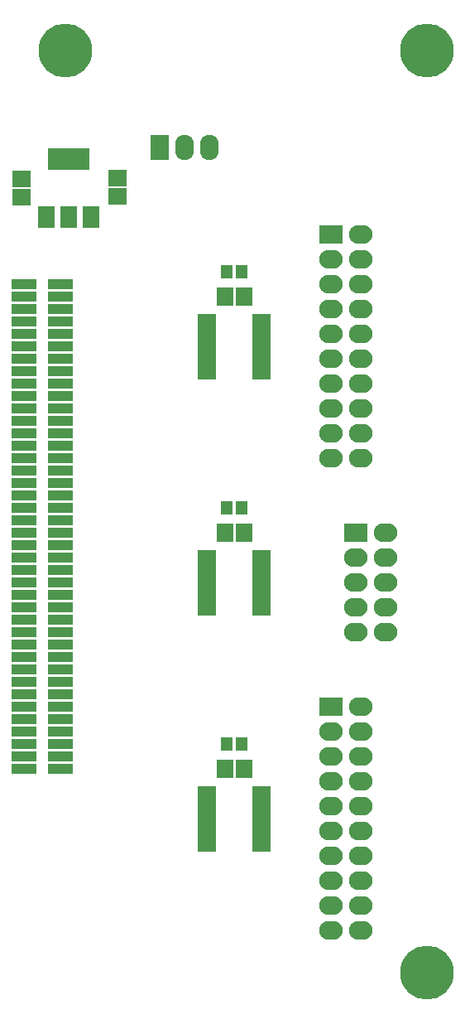
<source format=gts>
G04 #@! TF.FileFunction,Soldermask,Top*
%FSLAX46Y46*%
G04 Gerber Fmt 4.6, Leading zero omitted, Abs format (unit mm)*
G04 Created by KiCad (PCBNEW 0.201505152034+5654~23~ubuntu14.04.1-product) date nie, 17 maj 2015, 22:44:27*
%MOMM*%
G01*
G04 APERTURE LIST*
%ADD10C,0.150000*%
%ADD11R,2.650440X1.050240*%
%ADD12R,1.700480X1.898600*%
%ADD13R,1.870660X0.819100*%
%ADD14R,2.398980X1.924000*%
%ADD15O,2.398980X1.924000*%
%ADD16R,1.898600X1.700480*%
%ADD17R,1.700480X2.200860*%
%ADD18R,4.199840X2.200860*%
%ADD19R,1.924000X2.599640*%
%ADD20O,1.924000X2.599640*%
%ADD21R,1.299160X1.400760*%
%ADD22C,5.500120*%
G04 APERTURE END LIST*
D10*
D11*
X168910000Y-73660000D03*
X165160960Y-73660000D03*
X168910000Y-74930000D03*
X165160960Y-74930000D03*
X168910000Y-76200000D03*
X165160960Y-76200000D03*
X168910000Y-77470000D03*
X165160960Y-77470000D03*
X168910000Y-78740000D03*
X165160960Y-78740000D03*
X168910000Y-80010000D03*
X165160960Y-80010000D03*
X168910000Y-81280000D03*
X165160960Y-81280000D03*
X168910000Y-82550000D03*
X165160960Y-82550000D03*
X168910000Y-83820000D03*
X165160960Y-83820000D03*
X168910000Y-85090000D03*
X165160960Y-85090000D03*
X168910000Y-86360000D03*
X165160960Y-86360000D03*
X168910000Y-87630000D03*
X165160960Y-87630000D03*
X168910000Y-88900000D03*
X165160960Y-88900000D03*
X168910000Y-90170000D03*
X165160960Y-90170000D03*
X168910000Y-91440000D03*
X165160960Y-91440000D03*
X168910000Y-92710000D03*
X165160960Y-92710000D03*
X168910000Y-93980000D03*
X165160960Y-93980000D03*
X168910000Y-95250000D03*
X165160960Y-95250000D03*
X168910000Y-96520000D03*
X165160960Y-96520000D03*
X168910000Y-97790000D03*
X165160960Y-97790000D03*
X168910000Y-99060000D03*
X165160960Y-99060000D03*
X168910000Y-100330000D03*
X165160960Y-100330000D03*
X168910000Y-101600000D03*
X165160960Y-101600000D03*
X168910000Y-102870000D03*
X165160960Y-102870000D03*
X168910000Y-104140000D03*
X165160960Y-104140000D03*
X168910000Y-105410000D03*
X165160960Y-105410000D03*
X168910000Y-106680000D03*
X165160960Y-106680000D03*
X168910000Y-107950000D03*
X165160960Y-107950000D03*
X168910000Y-109220000D03*
X165160960Y-109220000D03*
X168910000Y-110490000D03*
X165160960Y-110490000D03*
X168910000Y-111760000D03*
X165160960Y-111760000D03*
X168910000Y-113030000D03*
X165160960Y-113030000D03*
X168910000Y-114300000D03*
X165160960Y-114300000D03*
X168910000Y-115570000D03*
X165160960Y-115570000D03*
X168910000Y-116840000D03*
X165160960Y-116840000D03*
X168910000Y-118110000D03*
X165160960Y-118110000D03*
X168910000Y-119380000D03*
X165160960Y-119380000D03*
X168910000Y-120650000D03*
X165160960Y-120650000D03*
X168910000Y-121920000D03*
X165160960Y-121920000D03*
X168910000Y-123190000D03*
X165160960Y-123190000D03*
D12*
X187642500Y-123190000D03*
X185737500Y-123190000D03*
D13*
X183890920Y-127944880D03*
X183890920Y-128595120D03*
X183890920Y-129245360D03*
X183890920Y-129895600D03*
X189484000Y-126004320D03*
X183890920Y-125994160D03*
X183890920Y-126644400D03*
X183890920Y-127294640D03*
X189489080Y-130545840D03*
X189489080Y-129895600D03*
X189489080Y-129245360D03*
X189489080Y-128595120D03*
X189489080Y-127944880D03*
X189489080Y-127294640D03*
X183890920Y-130545840D03*
X189484000Y-126644400D03*
X183890920Y-125343920D03*
X183890920Y-131196080D03*
X189489080Y-131196080D03*
X189489080Y-125343920D03*
D14*
X196601080Y-116840000D03*
D15*
X199638920Y-116840000D03*
X196601080Y-119380000D03*
X199638920Y-119380000D03*
X196601080Y-121920000D03*
X199638920Y-121920000D03*
X196601080Y-124460000D03*
X199638920Y-124460000D03*
X196601080Y-127000000D03*
X199638920Y-127000000D03*
X196601080Y-129540000D03*
X199638920Y-129540000D03*
X196601080Y-132080000D03*
X199638920Y-132080000D03*
X196601080Y-134620000D03*
X199638920Y-134620000D03*
X196601080Y-137160000D03*
X199638920Y-137160000D03*
X196601080Y-139700000D03*
X199638920Y-139700000D03*
D16*
X174730000Y-64662500D03*
X174730000Y-62757500D03*
X164930000Y-62857500D03*
X164930000Y-64762500D03*
D12*
X187642500Y-74930000D03*
X185737500Y-74930000D03*
X187642500Y-99060000D03*
X185737500Y-99060000D03*
D13*
X183890920Y-103814880D03*
X183890920Y-104465120D03*
X183890920Y-105115360D03*
X183890920Y-105765600D03*
X189484000Y-101874320D03*
X183890920Y-101864160D03*
X183890920Y-102514400D03*
X183890920Y-103164640D03*
X189489080Y-106415840D03*
X189489080Y-105765600D03*
X189489080Y-105115360D03*
X189489080Y-104465120D03*
X189489080Y-103814880D03*
X189489080Y-103164640D03*
X183890920Y-106415840D03*
X189484000Y-102514400D03*
X183890920Y-101213920D03*
X183890920Y-107066080D03*
X189489080Y-107066080D03*
X189489080Y-101213920D03*
D17*
X167428760Y-66809740D03*
X169730000Y-66809740D03*
X172031240Y-66809740D03*
D18*
X169730000Y-60810260D03*
D13*
X183890920Y-79684880D03*
X183890920Y-80335120D03*
X183890920Y-80985360D03*
X183890920Y-81635600D03*
X189484000Y-77744320D03*
X183890920Y-77734160D03*
X183890920Y-78384400D03*
X183890920Y-79034640D03*
X189489080Y-82285840D03*
X189489080Y-81635600D03*
X189489080Y-80985360D03*
X189489080Y-80335120D03*
X189489080Y-79684880D03*
X189489080Y-79034640D03*
X183890920Y-82285840D03*
X189484000Y-78384400D03*
X183890920Y-77083920D03*
X183890920Y-82936080D03*
X189489080Y-82936080D03*
X189489080Y-77083920D03*
D19*
X179070000Y-59690000D03*
D20*
X181610000Y-59690000D03*
X184150000Y-59690000D03*
D14*
X199141080Y-99060000D03*
D15*
X202178920Y-99060000D03*
X199141080Y-101600000D03*
X202178920Y-101600000D03*
X199141080Y-104140000D03*
X202178920Y-104140000D03*
X199141080Y-106680000D03*
X202178920Y-106680000D03*
X199141080Y-109220000D03*
X202178920Y-109220000D03*
D14*
X196601080Y-68580000D03*
D15*
X199638920Y-68580000D03*
X196601080Y-71120000D03*
X199638920Y-71120000D03*
X196601080Y-73660000D03*
X199638920Y-73660000D03*
X196601080Y-76200000D03*
X199638920Y-76200000D03*
X196601080Y-78740000D03*
X199638920Y-78740000D03*
X196601080Y-81280000D03*
X199638920Y-81280000D03*
X196601080Y-83820000D03*
X199638920Y-83820000D03*
X196601080Y-86360000D03*
X199638920Y-86360000D03*
X196601080Y-88900000D03*
X199638920Y-88900000D03*
X196601080Y-91440000D03*
X199638920Y-91440000D03*
D21*
X187441840Y-72390000D03*
X185938160Y-72390000D03*
X187441840Y-120650000D03*
X185938160Y-120650000D03*
X187441840Y-96520000D03*
X185938160Y-96520000D03*
D22*
X169400000Y-49800000D03*
X206400000Y-49800000D03*
X206400000Y-144000000D03*
M02*

</source>
